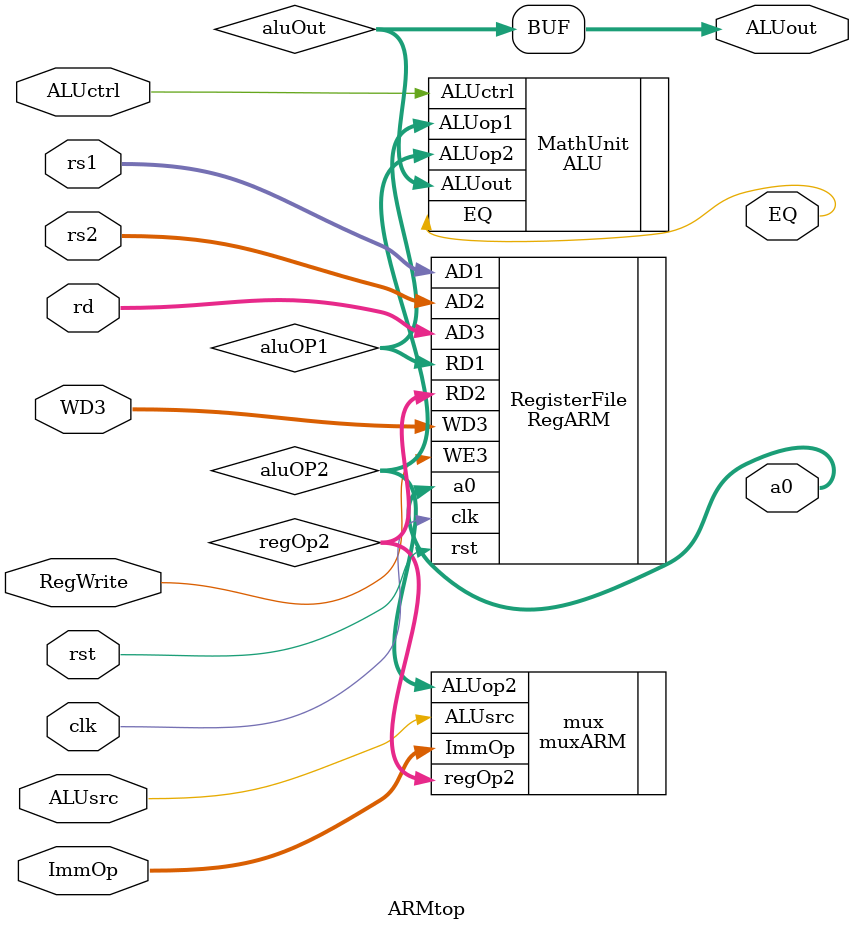
<source format=sv>
module ARMtop #(
    parameter DATA_WIDTH = 32
)(
    input logic clk,
    input logic rst,
    input logic [DATA_WIDTH-1:0] ImmOp,
    input logic [DATA_WIDTH-1:0] rs1,
    input logic [DATA_WIDTH-1:0] rs2,
    input logic [DATA_WIDTH-1:0] rd,
    input logic RegWrite,
    input logic ALUsrc,
    input logic ALUctrl,
    input logic [DATA_WIDTH-1:0] WD3,
    output logic [DATA_WIDTH-1:0] ALUout,
    output logic EQ,
    output logic [DATA_WIDTH-1:0] a0
);

logic [DATA_WIDTH-1:0] aluOP1;
logic [DATA_WIDTH-1:0] aluOP2;
logic [DATA_WIDTH-1:0] regOp2;
logic [DATA_WIDTH-1:0] aluOut;

RegARM #(
    .DATA_WIDTH(DATA_WIDTH)
) RegisterFile(
    .clk(clk),
    .rst(rst),
    .AD1(rs1),
    .AD2(rs2),
    .AD3(rd),
    .WD3(WD3),
    .WE3(RegWrite),
    // .ALUout(ALUout),
    .RD1(aluOP1),
    .RD2(regOp2),
    .a0(a0)
);

muxARM #(
    .DATA_WIDTH(DATA_WIDTH)
) mux(
    .regOp2(regOp2),
    .ImmOp(ImmOp),
    .ALUsrc(ALUsrc),
    .ALUop2(aluOP2)
);

ALU #(
    .DATA_WIDTH(DATA_WIDTH)
) MathUnit(
    .ALUctrl(ALUctrl),
    .ALUop1(aluOP1),
    .ALUop2(aluOP2),
    .ALUout(aluOut),
    .EQ(EQ)
);

assign ALUout = aluOut;

endmodule

</source>
